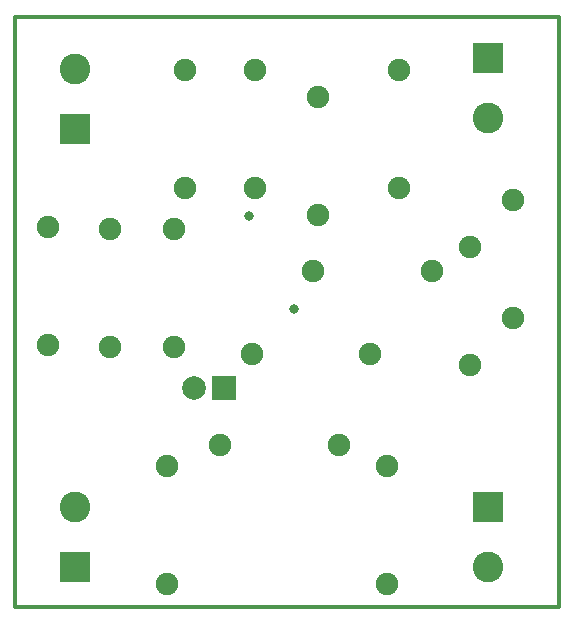
<source format=gbs>
G04 Layer_Color=16711935*
%FSLAX44Y44*%
%MOMM*%
G71*
G01*
G75*
%ADD14C,0.3000*%
%ADD29C,1.9032*%
%ADD30R,2.6032X2.6032*%
%ADD31C,2.6032*%
%ADD32C,2.0032*%
%ADD33R,2.0032X2.0032*%
%ADD34C,0.8032*%
D14*
X0Y0D02*
Y500000D01*
X460000D01*
Y0D02*
Y500000D01*
X0Y0D02*
X460000D01*
D29*
X203200Y455130D02*
D03*
Y355130D02*
D03*
X352260Y284480D02*
D03*
X252260D02*
D03*
X421640Y244640D02*
D03*
Y344640D02*
D03*
X27940Y221780D02*
D03*
Y321780D02*
D03*
X325120Y455130D02*
D03*
Y355130D02*
D03*
X256540Y432270D02*
D03*
Y332270D02*
D03*
X143510Y355130D02*
D03*
Y455130D02*
D03*
X80010Y220510D02*
D03*
Y320510D02*
D03*
X384810Y305270D02*
D03*
Y205270D02*
D03*
X273520Y137160D02*
D03*
X173520D02*
D03*
X134620Y320510D02*
D03*
Y220510D02*
D03*
X300190Y214630D02*
D03*
X200190D02*
D03*
X314960Y120000D02*
D03*
Y20000D02*
D03*
X128270Y120000D02*
D03*
Y20000D02*
D03*
D30*
X50000Y404600D02*
D03*
X400000Y465400D02*
D03*
Y85400D02*
D03*
X50000Y34600D02*
D03*
D31*
Y455400D02*
D03*
X400000Y414600D02*
D03*
Y34600D02*
D03*
X50000Y85400D02*
D03*
D32*
X151130Y185420D02*
D03*
D33*
X176530D02*
D03*
D34*
X236220Y252730D02*
D03*
X198120Y331320D02*
D03*
M02*

</source>
